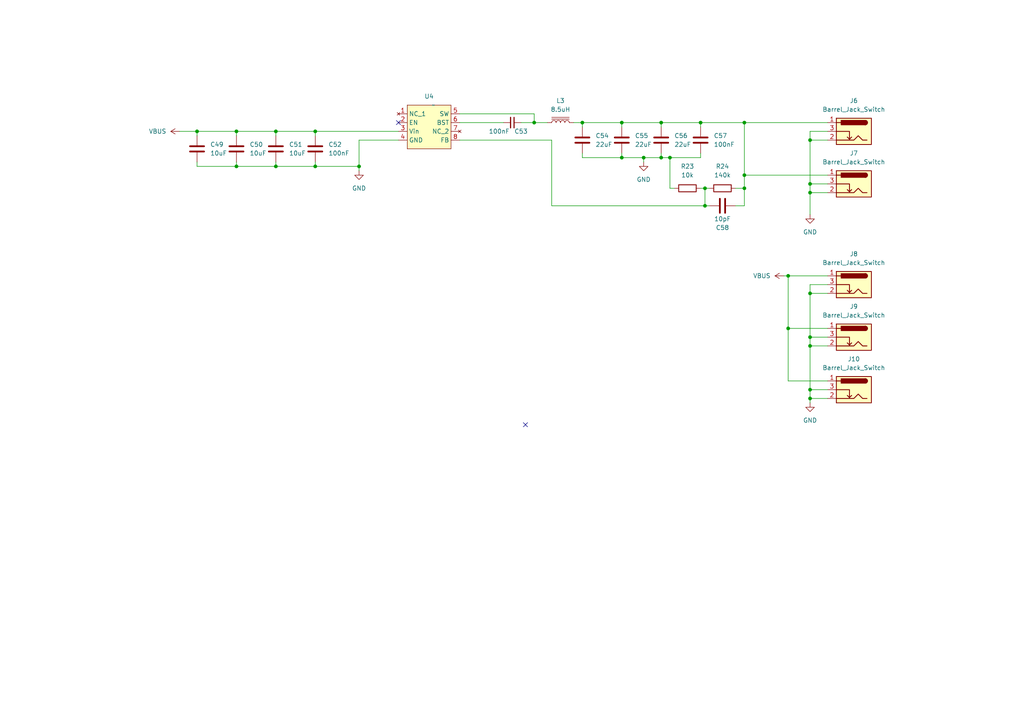
<source format=kicad_sch>
(kicad_sch (version 20230121) (generator eeschema)

  (uuid 312dce63-c6cd-4b1f-ae26-a21de8e773c1)

  (paper "A4")

  (lib_symbols
    (symbol "Connector:Barrel_Jack_Switch" (pin_names hide) (in_bom yes) (on_board yes)
      (property "Reference" "J" (at 0 5.334 0)
        (effects (font (size 1.27 1.27)))
      )
      (property "Value" "Barrel_Jack_Switch" (at 0 -5.08 0)
        (effects (font (size 1.27 1.27)))
      )
      (property "Footprint" "" (at 1.27 -1.016 0)
        (effects (font (size 1.27 1.27)) hide)
      )
      (property "Datasheet" "~" (at 1.27 -1.016 0)
        (effects (font (size 1.27 1.27)) hide)
      )
      (property "ki_keywords" "DC power barrel jack connector" (at 0 0 0)
        (effects (font (size 1.27 1.27)) hide)
      )
      (property "ki_description" "DC Barrel Jack with an internal switch" (at 0 0 0)
        (effects (font (size 1.27 1.27)) hide)
      )
      (property "ki_fp_filters" "BarrelJack*" (at 0 0 0)
        (effects (font (size 1.27 1.27)) hide)
      )
      (symbol "Barrel_Jack_Switch_0_1"
        (rectangle (start -5.08 3.81) (end 5.08 -3.81)
          (stroke (width 0.254) (type default))
          (fill (type background))
        )
        (arc (start -3.302 3.175) (mid -3.9343 2.54) (end -3.302 1.905)
          (stroke (width 0.254) (type default))
          (fill (type none))
        )
        (arc (start -3.302 3.175) (mid -3.9343 2.54) (end -3.302 1.905)
          (stroke (width 0.254) (type default))
          (fill (type outline))
        )
        (polyline
          (pts
            (xy 1.27 -2.286)
            (xy 1.905 -1.651)
          )
          (stroke (width 0.254) (type default))
          (fill (type none))
        )
        (polyline
          (pts
            (xy 5.08 2.54)
            (xy 3.81 2.54)
          )
          (stroke (width 0.254) (type default))
          (fill (type none))
        )
        (polyline
          (pts
            (xy 5.08 0)
            (xy 1.27 0)
            (xy 1.27 -2.286)
            (xy 0.635 -1.651)
          )
          (stroke (width 0.254) (type default))
          (fill (type none))
        )
        (polyline
          (pts
            (xy -3.81 -2.54)
            (xy -2.54 -2.54)
            (xy -1.27 -1.27)
            (xy 0 -2.54)
            (xy 2.54 -2.54)
            (xy 5.08 -2.54)
          )
          (stroke (width 0.254) (type default))
          (fill (type none))
        )
        (rectangle (start 3.683 3.175) (end -3.302 1.905)
          (stroke (width 0.254) (type default))
          (fill (type outline))
        )
      )
      (symbol "Barrel_Jack_Switch_1_1"
        (pin passive line (at 7.62 2.54 180) (length 2.54)
          (name "~" (effects (font (size 1.27 1.27))))
          (number "1" (effects (font (size 1.27 1.27))))
        )
        (pin passive line (at 7.62 -2.54 180) (length 2.54)
          (name "~" (effects (font (size 1.27 1.27))))
          (number "2" (effects (font (size 1.27 1.27))))
        )
        (pin passive line (at 7.62 0 180) (length 2.54)
          (name "~" (effects (font (size 1.27 1.27))))
          (number "3" (effects (font (size 1.27 1.27))))
        )
      )
    )
    (symbol "Device:C" (pin_numbers hide) (pin_names (offset 0.254)) (in_bom yes) (on_board yes)
      (property "Reference" "C" (at 0.635 2.54 0)
        (effects (font (size 1.27 1.27)) (justify left))
      )
      (property "Value" "C" (at 0.635 -2.54 0)
        (effects (font (size 1.27 1.27)) (justify left))
      )
      (property "Footprint" "" (at 0.9652 -3.81 0)
        (effects (font (size 1.27 1.27)) hide)
      )
      (property "Datasheet" "~" (at 0 0 0)
        (effects (font (size 1.27 1.27)) hide)
      )
      (property "ki_keywords" "cap capacitor" (at 0 0 0)
        (effects (font (size 1.27 1.27)) hide)
      )
      (property "ki_description" "Unpolarized capacitor" (at 0 0 0)
        (effects (font (size 1.27 1.27)) hide)
      )
      (property "ki_fp_filters" "C_*" (at 0 0 0)
        (effects (font (size 1.27 1.27)) hide)
      )
      (symbol "C_0_1"
        (polyline
          (pts
            (xy -2.032 -0.762)
            (xy 2.032 -0.762)
          )
          (stroke (width 0.508) (type default))
          (fill (type none))
        )
        (polyline
          (pts
            (xy -2.032 0.762)
            (xy 2.032 0.762)
          )
          (stroke (width 0.508) (type default))
          (fill (type none))
        )
      )
      (symbol "C_1_1"
        (pin passive line (at 0 3.81 270) (length 2.794)
          (name "~" (effects (font (size 1.27 1.27))))
          (number "1" (effects (font (size 1.27 1.27))))
        )
        (pin passive line (at 0 -3.81 90) (length 2.794)
          (name "~" (effects (font (size 1.27 1.27))))
          (number "2" (effects (font (size 1.27 1.27))))
        )
      )
    )
    (symbol "Device:C_Small" (pin_numbers hide) (pin_names (offset 0.254) hide) (in_bom yes) (on_board yes)
      (property "Reference" "C" (at 0.254 1.778 0)
        (effects (font (size 1.27 1.27)) (justify left))
      )
      (property "Value" "C_Small" (at 0.254 -2.032 0)
        (effects (font (size 1.27 1.27)) (justify left))
      )
      (property "Footprint" "" (at 0 0 0)
        (effects (font (size 1.27 1.27)) hide)
      )
      (property "Datasheet" "~" (at 0 0 0)
        (effects (font (size 1.27 1.27)) hide)
      )
      (property "ki_keywords" "capacitor cap" (at 0 0 0)
        (effects (font (size 1.27 1.27)) hide)
      )
      (property "ki_description" "Unpolarized capacitor, small symbol" (at 0 0 0)
        (effects (font (size 1.27 1.27)) hide)
      )
      (property "ki_fp_filters" "C_*" (at 0 0 0)
        (effects (font (size 1.27 1.27)) hide)
      )
      (symbol "C_Small_0_1"
        (polyline
          (pts
            (xy -1.524 -0.508)
            (xy 1.524 -0.508)
          )
          (stroke (width 0.3302) (type default))
          (fill (type none))
        )
        (polyline
          (pts
            (xy -1.524 0.508)
            (xy 1.524 0.508)
          )
          (stroke (width 0.3048) (type default))
          (fill (type none))
        )
      )
      (symbol "C_Small_1_1"
        (pin passive line (at 0 2.54 270) (length 2.032)
          (name "~" (effects (font (size 1.27 1.27))))
          (number "1" (effects (font (size 1.27 1.27))))
        )
        (pin passive line (at 0 -2.54 90) (length 2.032)
          (name "~" (effects (font (size 1.27 1.27))))
          (number "2" (effects (font (size 1.27 1.27))))
        )
      )
    )
    (symbol "Device:L_Iron" (pin_numbers hide) (pin_names (offset 1.016) hide) (in_bom yes) (on_board yes)
      (property "Reference" "L" (at -1.27 0 90)
        (effects (font (size 1.27 1.27)))
      )
      (property "Value" "L_Iron" (at 2.794 0 90)
        (effects (font (size 1.27 1.27)))
      )
      (property "Footprint" "" (at 0 0 0)
        (effects (font (size 1.27 1.27)) hide)
      )
      (property "Datasheet" "~" (at 0 0 0)
        (effects (font (size 1.27 1.27)) hide)
      )
      (property "ki_keywords" "inductor choke coil reactor magnetic" (at 0 0 0)
        (effects (font (size 1.27 1.27)) hide)
      )
      (property "ki_description" "Inductor with iron core" (at 0 0 0)
        (effects (font (size 1.27 1.27)) hide)
      )
      (property "ki_fp_filters" "Choke_* *Coil* Inductor_* L_*" (at 0 0 0)
        (effects (font (size 1.27 1.27)) hide)
      )
      (symbol "L_Iron_0_1"
        (arc (start 0 -2.54) (mid 0.6323 -1.905) (end 0 -1.27)
          (stroke (width 0) (type default))
          (fill (type none))
        )
        (arc (start 0 -1.27) (mid 0.6323 -0.635) (end 0 0)
          (stroke (width 0) (type default))
          (fill (type none))
        )
        (polyline
          (pts
            (xy 1.016 2.54)
            (xy 1.016 -2.54)
          )
          (stroke (width 0) (type default))
          (fill (type none))
        )
        (polyline
          (pts
            (xy 1.524 -2.54)
            (xy 1.524 2.54)
          )
          (stroke (width 0) (type default))
          (fill (type none))
        )
        (arc (start 0 0) (mid 0.6323 0.635) (end 0 1.27)
          (stroke (width 0) (type default))
          (fill (type none))
        )
        (arc (start 0 1.27) (mid 0.6323 1.905) (end 0 2.54)
          (stroke (width 0) (type default))
          (fill (type none))
        )
      )
      (symbol "L_Iron_1_1"
        (pin passive line (at 0 3.81 270) (length 1.27)
          (name "1" (effects (font (size 1.27 1.27))))
          (number "1" (effects (font (size 1.27 1.27))))
        )
        (pin passive line (at 0 -3.81 90) (length 1.27)
          (name "2" (effects (font (size 1.27 1.27))))
          (number "2" (effects (font (size 1.27 1.27))))
        )
      )
    )
    (symbol "Device:R" (pin_numbers hide) (pin_names (offset 0)) (in_bom yes) (on_board yes)
      (property "Reference" "R" (at 2.032 0 90)
        (effects (font (size 1.27 1.27)))
      )
      (property "Value" "R" (at 0 0 90)
        (effects (font (size 1.27 1.27)))
      )
      (property "Footprint" "" (at -1.778 0 90)
        (effects (font (size 1.27 1.27)) hide)
      )
      (property "Datasheet" "~" (at 0 0 0)
        (effects (font (size 1.27 1.27)) hide)
      )
      (property "ki_keywords" "R res resistor" (at 0 0 0)
        (effects (font (size 1.27 1.27)) hide)
      )
      (property "ki_description" "Resistor" (at 0 0 0)
        (effects (font (size 1.27 1.27)) hide)
      )
      (property "ki_fp_filters" "R_*" (at 0 0 0)
        (effects (font (size 1.27 1.27)) hide)
      )
      (symbol "R_0_1"
        (rectangle (start -1.016 -2.54) (end 1.016 2.54)
          (stroke (width 0.254) (type default))
          (fill (type none))
        )
      )
      (symbol "R_1_1"
        (pin passive line (at 0 3.81 270) (length 1.27)
          (name "~" (effects (font (size 1.27 1.27))))
          (number "1" (effects (font (size 1.27 1.27))))
        )
        (pin passive line (at 0 -3.81 90) (length 1.27)
          (name "~" (effects (font (size 1.27 1.27))))
          (number "2" (effects (font (size 1.27 1.27))))
        )
      )
    )
    (symbol "Voltage_regulators:TPS563300DRLR" (in_bom yes) (on_board yes)
      (property "Reference" "U" (at 0 2.54 0)
        (effects (font (size 1.27 1.27)))
      )
      (property "Value" "" (at 0 0 0)
        (effects (font (size 1.27 1.27)))
      )
      (property "Footprint" "Package_TO_SOT_SMD:SOT-583-8" (at 0 -15.24 0)
        (effects (font (size 1.27 1.27)) hide)
      )
      (property "Datasheet" "" (at 0 0 0)
        (effects (font (size 1.27 1.27)) hide)
      )
      (symbol "TPS563300DRLR_1_1"
        (rectangle (start -7.62 0) (end 5.08 -12.7)
          (stroke (width 0) (type default))
          (fill (type background))
        )
        (pin no_connect line (at -10.16 -2.54 0) (length 2.54)
          (name "NC_1" (effects (font (size 1.27 1.27))))
          (number "1" (effects (font (size 1.27 1.27))))
        )
        (pin input line (at -10.16 -5.08 0) (length 2.54)
          (name "EN" (effects (font (size 1.27 1.27))))
          (number "2" (effects (font (size 1.27 1.27))))
        )
        (pin power_in line (at -10.16 -7.62 0) (length 2.54)
          (name "Vin" (effects (font (size 1.27 1.27))))
          (number "3" (effects (font (size 1.27 1.27))))
        )
        (pin power_in line (at -10.16 -10.16 0) (length 2.54)
          (name "GND" (effects (font (size 1.27 1.27))))
          (number "4" (effects (font (size 1.27 1.27))))
        )
        (pin output line (at 7.62 -2.54 180) (length 2.54)
          (name "SW" (effects (font (size 1.27 1.27))))
          (number "5" (effects (font (size 1.27 1.27))))
        )
        (pin output line (at 7.62 -5.08 180) (length 2.54)
          (name "BST" (effects (font (size 1.27 1.27))))
          (number "6" (effects (font (size 1.27 1.27))))
        )
        (pin no_connect line (at 7.62 -7.62 180) (length 2.54)
          (name "NC_2" (effects (font (size 1.27 1.27))))
          (number "7" (effects (font (size 1.27 1.27))))
        )
        (pin output line (at 7.62 -10.16 180) (length 2.54)
          (name "FB" (effects (font (size 1.27 1.27))))
          (number "8" (effects (font (size 1.27 1.27))))
        )
      )
    )
    (symbol "power:GND" (power) (pin_names (offset 0)) (in_bom yes) (on_board yes)
      (property "Reference" "#PWR" (at 0 -6.35 0)
        (effects (font (size 1.27 1.27)) hide)
      )
      (property "Value" "GND" (at 0 -3.81 0)
        (effects (font (size 1.27 1.27)))
      )
      (property "Footprint" "" (at 0 0 0)
        (effects (font (size 1.27 1.27)) hide)
      )
      (property "Datasheet" "" (at 0 0 0)
        (effects (font (size 1.27 1.27)) hide)
      )
      (property "ki_keywords" "global power" (at 0 0 0)
        (effects (font (size 1.27 1.27)) hide)
      )
      (property "ki_description" "Power symbol creates a global label with name \"GND\" , ground" (at 0 0 0)
        (effects (font (size 1.27 1.27)) hide)
      )
      (symbol "GND_0_1"
        (polyline
          (pts
            (xy 0 0)
            (xy 0 -1.27)
            (xy 1.27 -1.27)
            (xy 0 -2.54)
            (xy -1.27 -1.27)
            (xy 0 -1.27)
          )
          (stroke (width 0) (type default))
          (fill (type none))
        )
      )
      (symbol "GND_1_1"
        (pin power_in line (at 0 0 270) (length 0) hide
          (name "GND" (effects (font (size 1.27 1.27))))
          (number "1" (effects (font (size 1.27 1.27))))
        )
      )
    )
    (symbol "power:VBUS" (power) (pin_names (offset 0)) (in_bom yes) (on_board yes)
      (property "Reference" "#PWR" (at 0 -3.81 0)
        (effects (font (size 1.27 1.27)) hide)
      )
      (property "Value" "VBUS" (at 0 3.81 0)
        (effects (font (size 1.27 1.27)))
      )
      (property "Footprint" "" (at 0 0 0)
        (effects (font (size 1.27 1.27)) hide)
      )
      (property "Datasheet" "" (at 0 0 0)
        (effects (font (size 1.27 1.27)) hide)
      )
      (property "ki_keywords" "global power" (at 0 0 0)
        (effects (font (size 1.27 1.27)) hide)
      )
      (property "ki_description" "Power symbol creates a global label with name \"VBUS\"" (at 0 0 0)
        (effects (font (size 1.27 1.27)) hide)
      )
      (symbol "VBUS_0_1"
        (polyline
          (pts
            (xy -0.762 1.27)
            (xy 0 2.54)
          )
          (stroke (width 0) (type default))
          (fill (type none))
        )
        (polyline
          (pts
            (xy 0 0)
            (xy 0 2.54)
          )
          (stroke (width 0) (type default))
          (fill (type none))
        )
        (polyline
          (pts
            (xy 0 2.54)
            (xy 0.762 1.27)
          )
          (stroke (width 0) (type default))
          (fill (type none))
        )
      )
      (symbol "VBUS_1_1"
        (pin power_in line (at 0 0 90) (length 0) hide
          (name "VBUS" (effects (font (size 1.27 1.27))))
          (number "1" (effects (font (size 1.27 1.27))))
        )
      )
    )
  )

  (junction (at 204.47 59.69) (diameter 0) (color 0 0 0 0)
    (uuid 07745f42-d61b-4bd4-a2bc-2525e70fc143)
  )
  (junction (at 215.9 50.8) (diameter 0) (color 0 0 0 0)
    (uuid 12f303c4-abc0-4a54-920b-9d5d9cb1bff2)
  )
  (junction (at 215.9 35.56) (diameter 0) (color 0 0 0 0)
    (uuid 1580490f-be70-4637-bfc0-c50cf79d0e7f)
  )
  (junction (at 180.34 35.56) (diameter 0) (color 0 0 0 0)
    (uuid 17546d5f-4182-47b9-9775-d06cb0726e26)
  )
  (junction (at 80.01 48.26) (diameter 0) (color 0 0 0 0)
    (uuid 19ec172d-226e-4268-a0d8-69c109a68b3f)
  )
  (junction (at 234.95 55.88) (diameter 0) (color 0 0 0 0)
    (uuid 247eabc5-8d8c-40b1-bb9d-b2efb248666e)
  )
  (junction (at 228.6 80.01) (diameter 0) (color 0 0 0 0)
    (uuid 26904263-4df1-4204-89a0-d465e019e797)
  )
  (junction (at 104.14 48.26) (diameter 0) (color 0 0 0 0)
    (uuid 2d075c67-d2e3-4f5f-b861-52289bbb5fa1)
  )
  (junction (at 228.6 95.25) (diameter 0) (color 0 0 0 0)
    (uuid 3e1016f9-efcf-4d98-804f-3486b44ffdb5)
  )
  (junction (at 215.9 54.61) (diameter 0) (color 0 0 0 0)
    (uuid 3fb34af4-c61d-4046-aadd-13d0b3b05ef3)
  )
  (junction (at 191.77 35.56) (diameter 0) (color 0 0 0 0)
    (uuid 455a3e66-995f-471d-a1d3-b80dcd34a498)
  )
  (junction (at 80.01 38.1) (diameter 0) (color 0 0 0 0)
    (uuid 48edf08b-3710-4531-8e09-d85801b08f11)
  )
  (junction (at 91.44 48.26) (diameter 0) (color 0 0 0 0)
    (uuid 4dbb0825-f80c-4696-8a53-a9f2ccb947a2)
  )
  (junction (at 234.95 100.33) (diameter 0) (color 0 0 0 0)
    (uuid 515d41eb-d3d1-41ab-be0d-f92617d4b0de)
  )
  (junction (at 186.69 45.72) (diameter 0) (color 0 0 0 0)
    (uuid 526917a1-8051-4e57-bec4-396fb82c92aa)
  )
  (junction (at 234.95 113.03) (diameter 0) (color 0 0 0 0)
    (uuid 53787f5f-a8a9-416f-a9af-0d047cec8d70)
  )
  (junction (at 91.44 38.1) (diameter 0) (color 0 0 0 0)
    (uuid 6058cdf4-54de-460a-8169-05cb04466cf4)
  )
  (junction (at 204.47 54.61) (diameter 0) (color 0 0 0 0)
    (uuid 79e8dd17-69f4-487a-9ef8-0d9a536c84fb)
  )
  (junction (at 154.94 35.56) (diameter 0) (color 0 0 0 0)
    (uuid 80c4e2d4-29ef-4f4e-ad61-d9c0ff95e629)
  )
  (junction (at 168.91 35.56) (diameter 0) (color 0 0 0 0)
    (uuid 8283aae7-9169-4a35-9ed7-9fb6f82a1daa)
  )
  (junction (at 203.2 35.56) (diameter 0) (color 0 0 0 0)
    (uuid 86006c68-3254-4bfb-88fc-83466448e074)
  )
  (junction (at 234.95 85.09) (diameter 0) (color 0 0 0 0)
    (uuid 90352656-9be3-47fc-ba19-4a6276d0b1fb)
  )
  (junction (at 68.58 38.1) (diameter 0) (color 0 0 0 0)
    (uuid 9def4f5c-1029-4c93-b724-b1a5fabebcda)
  )
  (junction (at 234.95 53.34) (diameter 0) (color 0 0 0 0)
    (uuid a3258676-94ce-44e5-9cf3-91603a15331a)
  )
  (junction (at 180.34 45.72) (diameter 0) (color 0 0 0 0)
    (uuid b02cac7b-27fb-433e-a24f-9d0767c54c9d)
  )
  (junction (at 68.58 48.26) (diameter 0) (color 0 0 0 0)
    (uuid b3ef3f21-51a4-4db8-b8c6-10e2188955a8)
  )
  (junction (at 191.77 45.72) (diameter 0) (color 0 0 0 0)
    (uuid d3d9ba79-93b4-4b4c-8c0f-4601b1abf2fa)
  )
  (junction (at 234.95 40.64) (diameter 0) (color 0 0 0 0)
    (uuid d938fff5-3446-4086-a326-b6328134de4f)
  )
  (junction (at 234.95 115.57) (diameter 0) (color 0 0 0 0)
    (uuid e2ab718e-b334-433f-bad7-95dda276a3c9)
  )
  (junction (at 194.31 45.72) (diameter 0) (color 0 0 0 0)
    (uuid e9c3061c-8464-4360-b322-193fa467ee30)
  )
  (junction (at 234.95 97.79) (diameter 0) (color 0 0 0 0)
    (uuid f29a6b32-4f09-42f7-8623-301da7f426e6)
  )
  (junction (at 57.15 38.1) (diameter 0) (color 0 0 0 0)
    (uuid f89f291d-4a66-4097-88a4-32e8d0d6e19e)
  )

  (no_connect (at 152.4 123.19) (uuid 245c5eba-a0f9-4952-9ee5-bb903111752c))
  (no_connect (at 115.57 35.56) (uuid 8f6933cd-c311-41a6-8aab-7bb94ce3896c))

  (wire (pts (xy 80.01 48.26) (xy 91.44 48.26))
    (stroke (width 0) (type default))
    (uuid 01085ebb-5a4e-43c9-b5f6-56ba6a7577ad)
  )
  (wire (pts (xy 68.58 48.26) (xy 80.01 48.26))
    (stroke (width 0) (type default))
    (uuid 02be56e4-3a1f-462a-8426-da6e2f6dced2)
  )
  (wire (pts (xy 228.6 110.49) (xy 240.03 110.49))
    (stroke (width 0) (type default))
    (uuid 05144147-3b32-4ca6-bf12-3270d39f74ee)
  )
  (wire (pts (xy 80.01 48.26) (xy 80.01 46.99))
    (stroke (width 0) (type default))
    (uuid 0ca0bd82-70f7-4ad4-aaca-eec7cb3b6b4b)
  )
  (wire (pts (xy 91.44 38.1) (xy 80.01 38.1))
    (stroke (width 0) (type default))
    (uuid 1102b2d6-9c77-4768-8b62-942a3fca11a1)
  )
  (wire (pts (xy 203.2 54.61) (xy 204.47 54.61))
    (stroke (width 0) (type default))
    (uuid 18ea81f9-aee9-4e43-b377-7db79e2edc28)
  )
  (wire (pts (xy 195.58 54.61) (xy 194.31 54.61))
    (stroke (width 0) (type default))
    (uuid 23418e90-7179-4106-adbf-d0286322b4b7)
  )
  (wire (pts (xy 215.9 59.69) (xy 213.36 59.69))
    (stroke (width 0) (type default))
    (uuid 24408c73-3103-4c75-9fb0-714b51f72744)
  )
  (wire (pts (xy 191.77 45.72) (xy 194.31 45.72))
    (stroke (width 0) (type default))
    (uuid 250e1c56-bda0-4ad5-b7cf-a440f8971d80)
  )
  (wire (pts (xy 68.58 48.26) (xy 68.58 46.99))
    (stroke (width 0) (type default))
    (uuid 2a13da8d-96a3-429c-ba6d-ed5bfe5b3ec2)
  )
  (wire (pts (xy 215.9 54.61) (xy 215.9 59.69))
    (stroke (width 0) (type default))
    (uuid 2d7027d6-7c33-4d40-bfcb-680dafec1668)
  )
  (wire (pts (xy 180.34 35.56) (xy 180.34 36.83))
    (stroke (width 0) (type default))
    (uuid 2e883620-c492-45d0-bdc2-28c52fe4903a)
  )
  (wire (pts (xy 228.6 95.25) (xy 240.03 95.25))
    (stroke (width 0) (type default))
    (uuid 2ea107c1-7a81-4c18-b929-46c921e755ed)
  )
  (wire (pts (xy 80.01 38.1) (xy 80.01 39.37))
    (stroke (width 0) (type default))
    (uuid 35b4e111-304d-49c3-879b-39e2be0e800b)
  )
  (wire (pts (xy 228.6 80.01) (xy 228.6 95.25))
    (stroke (width 0) (type default))
    (uuid 364a36c4-8485-4e34-94fb-e033169461fb)
  )
  (wire (pts (xy 57.15 48.26) (xy 68.58 48.26))
    (stroke (width 0) (type default))
    (uuid 3bba22e7-df8c-4bbc-81b5-608ac3e04214)
  )
  (wire (pts (xy 186.69 45.72) (xy 180.34 45.72))
    (stroke (width 0) (type default))
    (uuid 3fac35d3-6b82-48a9-8b28-b5f55d195c35)
  )
  (wire (pts (xy 228.6 95.25) (xy 228.6 110.49))
    (stroke (width 0) (type default))
    (uuid 4284e77b-ece9-40fb-8894-b70ebd216ed8)
  )
  (wire (pts (xy 160.02 40.64) (xy 133.35 40.64))
    (stroke (width 0) (type default))
    (uuid 47f6a3c3-338a-4cab-9d74-73e58ab19f25)
  )
  (wire (pts (xy 186.69 45.72) (xy 191.77 45.72))
    (stroke (width 0) (type default))
    (uuid 49e86cfa-ec38-470e-b364-5339fe78eedf)
  )
  (wire (pts (xy 213.36 54.61) (xy 215.9 54.61))
    (stroke (width 0) (type default))
    (uuid 4af5e884-cb50-419e-9501-0498ed35ee33)
  )
  (wire (pts (xy 57.15 48.26) (xy 57.15 46.99))
    (stroke (width 0) (type default))
    (uuid 4bccc3b7-1b24-4c7a-ba56-e8f856328f92)
  )
  (wire (pts (xy 234.95 55.88) (xy 234.95 53.34))
    (stroke (width 0) (type default))
    (uuid 51342372-ec70-49a9-8070-e1fb293abfae)
  )
  (wire (pts (xy 133.35 35.56) (xy 146.05 35.56))
    (stroke (width 0) (type default))
    (uuid 514c05da-b0d0-4a98-ae51-688c131f297b)
  )
  (wire (pts (xy 104.14 49.53) (xy 104.14 48.26))
    (stroke (width 0) (type default))
    (uuid 54616f8c-12b9-4357-8332-37151fa1cc72)
  )
  (wire (pts (xy 104.14 40.64) (xy 115.57 40.64))
    (stroke (width 0) (type default))
    (uuid 58e2a32d-362a-435a-970d-c60a4527d246)
  )
  (wire (pts (xy 234.95 100.33) (xy 240.03 100.33))
    (stroke (width 0) (type default))
    (uuid 5998a629-94a0-46ea-88a6-e7d45b4f3a43)
  )
  (wire (pts (xy 234.95 100.33) (xy 234.95 97.79))
    (stroke (width 0) (type default))
    (uuid 5c5519eb-6e60-461d-9fde-13f8e7edd5a4)
  )
  (wire (pts (xy 186.69 46.99) (xy 186.69 45.72))
    (stroke (width 0) (type default))
    (uuid 64851013-e69d-42b3-bc5a-bd9b550a59f5)
  )
  (wire (pts (xy 191.77 44.45) (xy 191.77 45.72))
    (stroke (width 0) (type default))
    (uuid 6576431b-5f6a-4f5d-8093-caa680605d65)
  )
  (wire (pts (xy 68.58 39.37) (xy 68.58 38.1))
    (stroke (width 0) (type default))
    (uuid 6b2a4189-643a-41e9-ac21-059e8413bd13)
  )
  (wire (pts (xy 234.95 40.64) (xy 240.03 40.64))
    (stroke (width 0) (type default))
    (uuid 70671a3a-92e2-428c-8fbe-0721da57d721)
  )
  (wire (pts (xy 168.91 45.72) (xy 168.91 44.45))
    (stroke (width 0) (type default))
    (uuid 70b2f4a9-3dc7-4a5e-812c-a5f796bdff49)
  )
  (wire (pts (xy 151.13 35.56) (xy 154.94 35.56))
    (stroke (width 0) (type default))
    (uuid 7314dfd6-02d1-4e6a-a336-3f6f61b4cf8b)
  )
  (wire (pts (xy 204.47 54.61) (xy 204.47 59.69))
    (stroke (width 0) (type default))
    (uuid 776f9de3-cd99-48e2-ab1d-c83932a54a9d)
  )
  (wire (pts (xy 115.57 38.1) (xy 91.44 38.1))
    (stroke (width 0) (type default))
    (uuid 7c285f55-1bfd-4989-baf5-2295e41dd0ee)
  )
  (wire (pts (xy 234.95 116.84) (xy 234.95 115.57))
    (stroke (width 0) (type default))
    (uuid 7ecae4c9-8808-470a-b26b-d47fcb04fba0)
  )
  (wire (pts (xy 133.35 33.02) (xy 154.94 33.02))
    (stroke (width 0) (type default))
    (uuid 7f040d12-2b9d-485b-944b-6687feac9734)
  )
  (wire (pts (xy 91.44 38.1) (xy 91.44 39.37))
    (stroke (width 0) (type default))
    (uuid 81e79a71-8535-4884-88ab-fea122fe18af)
  )
  (wire (pts (xy 234.95 113.03) (xy 240.03 113.03))
    (stroke (width 0) (type default))
    (uuid 8bbc3644-a515-4547-85da-9eccf4c0c9fc)
  )
  (wire (pts (xy 180.34 45.72) (xy 168.91 45.72))
    (stroke (width 0) (type default))
    (uuid 8c4b2501-4f70-4544-8a43-9c225d6bf2fc)
  )
  (wire (pts (xy 234.95 62.23) (xy 234.95 55.88))
    (stroke (width 0) (type default))
    (uuid 8fabc492-b046-4e31-9a51-5560310c3cc9)
  )
  (wire (pts (xy 154.94 33.02) (xy 154.94 35.56))
    (stroke (width 0) (type default))
    (uuid 90ee410e-0e05-4e76-9222-b3cd009ed826)
  )
  (wire (pts (xy 234.95 113.03) (xy 234.95 100.33))
    (stroke (width 0) (type default))
    (uuid 94f284aa-32f3-455a-8810-7065480d4547)
  )
  (wire (pts (xy 194.31 45.72) (xy 203.2 45.72))
    (stroke (width 0) (type default))
    (uuid 9653b98b-0b81-4d74-a65c-023d2d24b8e2)
  )
  (wire (pts (xy 57.15 38.1) (xy 57.15 39.37))
    (stroke (width 0) (type default))
    (uuid 96b8eae3-a059-4510-9d56-1812122dc0cd)
  )
  (wire (pts (xy 234.95 97.79) (xy 234.95 85.09))
    (stroke (width 0) (type default))
    (uuid 96d87091-583c-4405-99ce-bf02e608c59e)
  )
  (wire (pts (xy 234.95 115.57) (xy 234.95 113.03))
    (stroke (width 0) (type default))
    (uuid 9944473f-d6b3-4d8f-933e-ccb5e66c5775)
  )
  (wire (pts (xy 203.2 45.72) (xy 203.2 44.45))
    (stroke (width 0) (type default))
    (uuid a27fbf9a-de2e-440d-b63a-c502b2ff0a53)
  )
  (wire (pts (xy 234.95 38.1) (xy 240.03 38.1))
    (stroke (width 0) (type default))
    (uuid a38c951a-63cd-442d-823c-4bf3ff14feec)
  )
  (wire (pts (xy 191.77 35.56) (xy 203.2 35.56))
    (stroke (width 0) (type default))
    (uuid a4435e95-3e5b-4830-bb2e-275b075199de)
  )
  (wire (pts (xy 203.2 35.56) (xy 215.9 35.56))
    (stroke (width 0) (type default))
    (uuid a5ee66f8-44d9-4081-9a9a-21802e27e8da)
  )
  (wire (pts (xy 68.58 38.1) (xy 57.15 38.1))
    (stroke (width 0) (type default))
    (uuid a6c4141b-5c07-4f9f-be33-71cb1b9506fc)
  )
  (wire (pts (xy 215.9 50.8) (xy 215.9 54.61))
    (stroke (width 0) (type default))
    (uuid a8047c2c-c082-4f9c-94d1-799bd568a79e)
  )
  (wire (pts (xy 234.95 115.57) (xy 240.03 115.57))
    (stroke (width 0) (type default))
    (uuid ac43beb0-8067-4ece-bdcb-dac2b2975642)
  )
  (wire (pts (xy 234.95 85.09) (xy 234.95 82.55))
    (stroke (width 0) (type default))
    (uuid add9fcf7-c547-4bf1-91fa-b3e84a5bb31c)
  )
  (wire (pts (xy 215.9 50.8) (xy 240.03 50.8))
    (stroke (width 0) (type default))
    (uuid ae757694-9f45-4a09-94c6-504681dcb16c)
  )
  (wire (pts (xy 204.47 54.61) (xy 205.74 54.61))
    (stroke (width 0) (type default))
    (uuid b564d671-a5c9-44c8-a970-4f34800258b9)
  )
  (wire (pts (xy 168.91 35.56) (xy 168.91 36.83))
    (stroke (width 0) (type default))
    (uuid b81ac909-cd7e-42e0-8bc4-f5675bef56ea)
  )
  (wire (pts (xy 180.34 44.45) (xy 180.34 45.72))
    (stroke (width 0) (type default))
    (uuid b874e58d-ed28-4ea7-a909-8feb5e6bf86f)
  )
  (wire (pts (xy 168.91 35.56) (xy 180.34 35.56))
    (stroke (width 0) (type default))
    (uuid be8c9e75-f79f-4b18-9369-4acd16b0c76a)
  )
  (wire (pts (xy 234.95 40.64) (xy 234.95 38.1))
    (stroke (width 0) (type default))
    (uuid bf55da73-6473-42da-adc1-8876d77ce491)
  )
  (wire (pts (xy 228.6 80.01) (xy 240.03 80.01))
    (stroke (width 0) (type default))
    (uuid bfc8cbcb-7b07-42d5-9b8d-871ef9490570)
  )
  (wire (pts (xy 180.34 35.56) (xy 191.77 35.56))
    (stroke (width 0) (type default))
    (uuid bfcd4e53-e43d-4983-8837-984a78f4988b)
  )
  (wire (pts (xy 52.07 38.1) (xy 57.15 38.1))
    (stroke (width 0) (type default))
    (uuid c272da3f-984d-4566-b93b-24a8c3e59a7e)
  )
  (wire (pts (xy 234.95 53.34) (xy 240.03 53.34))
    (stroke (width 0) (type default))
    (uuid c522931b-ec2a-426e-9987-e77f26255c1d)
  )
  (wire (pts (xy 234.95 55.88) (xy 240.03 55.88))
    (stroke (width 0) (type default))
    (uuid c708ae24-bf32-4724-8bd0-ab9336cbb5c4)
  )
  (wire (pts (xy 234.95 97.79) (xy 240.03 97.79))
    (stroke (width 0) (type default))
    (uuid c7b13cd5-670f-40a1-81fb-03810833603f)
  )
  (wire (pts (xy 215.9 35.56) (xy 215.9 50.8))
    (stroke (width 0) (type default))
    (uuid cc832873-1eee-49f8-93ff-02db575ca713)
  )
  (wire (pts (xy 91.44 48.26) (xy 91.44 46.99))
    (stroke (width 0) (type default))
    (uuid d1919023-0522-4c53-9ec1-85dae1a3bc3f)
  )
  (wire (pts (xy 203.2 35.56) (xy 203.2 36.83))
    (stroke (width 0) (type default))
    (uuid d807e0da-ffc3-436d-9903-9f490490388f)
  )
  (wire (pts (xy 166.37 35.56) (xy 168.91 35.56))
    (stroke (width 0) (type default))
    (uuid d9713b20-e52f-4856-b707-f4fed2577916)
  )
  (wire (pts (xy 234.95 82.55) (xy 240.03 82.55))
    (stroke (width 0) (type default))
    (uuid d9739794-0487-4327-a974-9a40904a0bf3)
  )
  (wire (pts (xy 234.95 53.34) (xy 234.95 40.64))
    (stroke (width 0) (type default))
    (uuid d9d5c541-659c-4ecc-be5b-451d169be63b)
  )
  (wire (pts (xy 68.58 38.1) (xy 80.01 38.1))
    (stroke (width 0) (type default))
    (uuid d9f805bd-a527-4233-9829-30e2576cce95)
  )
  (wire (pts (xy 227.33 80.01) (xy 228.6 80.01))
    (stroke (width 0) (type default))
    (uuid dc888563-67f0-426f-afcc-870b279c7b00)
  )
  (wire (pts (xy 215.9 35.56) (xy 240.03 35.56))
    (stroke (width 0) (type default))
    (uuid e2427666-1790-474a-83ac-8eaafc135a4e)
  )
  (wire (pts (xy 194.31 54.61) (xy 194.31 45.72))
    (stroke (width 0) (type default))
    (uuid e38d5ae8-63c6-4588-bcba-48c247d0eb41)
  )
  (wire (pts (xy 91.44 48.26) (xy 104.14 48.26))
    (stroke (width 0) (type default))
    (uuid eb8cbf71-4721-4ce0-9360-af10f4c04032)
  )
  (wire (pts (xy 204.47 59.69) (xy 205.74 59.69))
    (stroke (width 0) (type default))
    (uuid ec216442-0e68-4d12-b11b-ff945dcae796)
  )
  (wire (pts (xy 154.94 35.56) (xy 158.75 35.56))
    (stroke (width 0) (type default))
    (uuid ee934095-15bb-46dd-ad5f-b45b7dfa1314)
  )
  (wire (pts (xy 191.77 35.56) (xy 191.77 36.83))
    (stroke (width 0) (type default))
    (uuid ef6db269-39b7-40d5-a1c7-c6e0e14ccd04)
  )
  (wire (pts (xy 160.02 59.69) (xy 160.02 40.64))
    (stroke (width 0) (type default))
    (uuid f5a41247-d8f4-488f-85dd-4cec649456bc)
  )
  (wire (pts (xy 234.95 85.09) (xy 240.03 85.09))
    (stroke (width 0) (type default))
    (uuid f897b9f1-4b57-4455-9008-ceca7c7fb8d8)
  )
  (wire (pts (xy 104.14 40.64) (xy 104.14 48.26))
    (stroke (width 0) (type default))
    (uuid fc3ba0cd-1c19-49cf-be3e-17a2e4e6992d)
  )
  (wire (pts (xy 204.47 59.69) (xy 160.02 59.69))
    (stroke (width 0) (type default))
    (uuid feb4b7f9-8b8d-4fb4-b98f-7e43e22474cb)
  )

  (symbol (lib_id "Device:C") (at 80.01 43.18 0) (unit 1)
    (in_bom yes) (on_board yes) (dnp no) (fields_autoplaced)
    (uuid 00f45d4f-ced9-4459-945d-00b328a1e66a)
    (property "Reference" "C51" (at 83.82 41.91 0)
      (effects (font (size 1.27 1.27)) (justify left))
    )
    (property "Value" "10uF" (at 83.82 44.45 0)
      (effects (font (size 1.27 1.27)) (justify left))
    )
    (property "Footprint" "Capacitor_SMD:C_0805_2012Metric" (at 80.9752 46.99 0)
      (effects (font (size 1.27 1.27)) hide)
    )
    (property "Datasheet" "~" (at 80.01 43.18 0)
      (effects (font (size 1.27 1.27)) hide)
    )
    (pin "1" (uuid c8b73cc2-9365-4db9-8818-92e2f25eb55f))
    (pin "2" (uuid ef8f3bd7-cbe7-4b47-b5cf-07f3a14fdf35))
    (instances
      (project "LunaHub"
        (path "/175961d3-9707-4890-9f07-248fd19b87ae/d182ae6c-66e9-4364-a04d-ffb312bae8ff"
          (reference "C51") (unit 1)
        )
      )
    )
  )

  (symbol (lib_id "Device:C") (at 191.77 40.64 0) (unit 1)
    (in_bom yes) (on_board yes) (dnp no) (fields_autoplaced)
    (uuid 17711934-543f-4750-b1b7-76b2ca398634)
    (property "Reference" "C56" (at 195.58 39.37 0)
      (effects (font (size 1.27 1.27)) (justify left))
    )
    (property "Value" "22uF" (at 195.58 41.91 0)
      (effects (font (size 1.27 1.27)) (justify left))
    )
    (property "Footprint" "Capacitor_SMD:C_1210_3225Metric" (at 192.7352 44.45 0)
      (effects (font (size 1.27 1.27)) hide)
    )
    (property "Datasheet" "~" (at 191.77 40.64 0)
      (effects (font (size 1.27 1.27)) hide)
    )
    (pin "2" (uuid 09e3f671-255d-4d20-9ac0-cbd871898f0e))
    (pin "1" (uuid c22c5186-a6e8-45a3-842e-b69b94e780e7))
    (instances
      (project "LunaHub"
        (path "/175961d3-9707-4890-9f07-248fd19b87ae/d182ae6c-66e9-4364-a04d-ffb312bae8ff"
          (reference "C56") (unit 1)
        )
      )
    )
  )

  (symbol (lib_id "Connector:Barrel_Jack_Switch") (at 247.65 38.1 0) (mirror y) (unit 1)
    (in_bom yes) (on_board yes) (dnp no)
    (uuid 25d2ea23-ff0a-4d77-a7bd-294505edaa3e)
    (property "Reference" "J6" (at 247.65 29.21 0)
      (effects (font (size 1.27 1.27)))
    )
    (property "Value" "Barrel_Jack_Switch" (at 247.65 31.75 0)
      (effects (font (size 1.27 1.27)))
    )
    (property "Footprint" "Wurth:BarrelJack_Wuerth_6941xx301002" (at 246.38 39.116 0)
      (effects (font (size 1.27 1.27)) hide)
    )
    (property "Datasheet" "~" (at 246.38 39.116 0)
      (effects (font (size 1.27 1.27)) hide)
    )
    (pin "1" (uuid 7282f11d-6954-47d6-99d7-f54b51ec2fce))
    (pin "2" (uuid d8489d87-c5b1-487e-b4f1-42e0db39653d))
    (pin "3" (uuid 2787c71c-a1df-4d5c-8c6f-993290a712bc))
    (instances
      (project "LunaHub"
        (path "/175961d3-9707-4890-9f07-248fd19b87ae/d182ae6c-66e9-4364-a04d-ffb312bae8ff"
          (reference "J6") (unit 1)
        )
      )
    )
  )

  (symbol (lib_id "Device:R") (at 209.55 54.61 90) (unit 1)
    (in_bom yes) (on_board yes) (dnp no) (fields_autoplaced)
    (uuid 2a76c0cd-fe6d-4504-82cb-d89b459910a9)
    (property "Reference" "R24" (at 209.55 48.26 90)
      (effects (font (size 1.27 1.27)))
    )
    (property "Value" "140k" (at 209.55 50.8 90)
      (effects (font (size 1.27 1.27)))
    )
    (property "Footprint" "Resistor_SMD:R_0603_1608Metric" (at 209.55 56.388 90)
      (effects (font (size 1.27 1.27)) hide)
    )
    (property "Datasheet" "~" (at 209.55 54.61 0)
      (effects (font (size 1.27 1.27)) hide)
    )
    (pin "1" (uuid fe5a6252-431d-45c5-a08f-be1526a4d178))
    (pin "2" (uuid b845a516-5954-4da9-adfa-fda7f12c7c81))
    (instances
      (project "LunaHub"
        (path "/175961d3-9707-4890-9f07-248fd19b87ae/d182ae6c-66e9-4364-a04d-ffb312bae8ff"
          (reference "R24") (unit 1)
        )
      )
    )
  )

  (symbol (lib_id "Voltage_regulators:TPS563300DRLR") (at 125.73 30.48 0) (unit 1)
    (in_bom yes) (on_board yes) (dnp no) (fields_autoplaced)
    (uuid 2f3658a5-27bb-4f44-b52f-4ff597bc2399)
    (property "Reference" "U4" (at 124.46 27.94 0)
      (effects (font (size 1.27 1.27)))
    )
    (property "Value" "~" (at 125.73 30.48 0)
      (effects (font (size 1.27 1.27)))
    )
    (property "Footprint" "Package_TO_SOT_SMD:SOT-583-8" (at 125.73 45.72 0)
      (effects (font (size 1.27 1.27)) hide)
    )
    (property "Datasheet" "" (at 125.73 30.48 0)
      (effects (font (size 1.27 1.27)) hide)
    )
    (pin "2" (uuid dfd90bd4-1690-4139-b50e-a9d3b35bcc06))
    (pin "5" (uuid 88c80dc8-8a6b-44e8-91bb-36badfeab012))
    (pin "4" (uuid 10b5a494-73ed-404e-a3e0-7e7b022c2a5a))
    (pin "3" (uuid 842c6f9d-9156-419d-9efc-1a77bb08e634))
    (pin "1" (uuid 136c5941-cf59-4657-b6fd-c504833d64c1))
    (pin "8" (uuid 0d1d265d-57a9-4c6d-9c20-c42d9a035e47))
    (pin "6" (uuid c4766abb-7684-4731-b0e5-69a9ca3bebef))
    (pin "7" (uuid 6cf9f15a-f16d-44dc-9f89-cff1b8936a5d))
    (instances
      (project "LunaHub"
        (path "/175961d3-9707-4890-9f07-248fd19b87ae/d182ae6c-66e9-4364-a04d-ffb312bae8ff"
          (reference "U4") (unit 1)
        )
      )
    )
  )

  (symbol (lib_id "Device:C") (at 68.58 43.18 0) (unit 1)
    (in_bom yes) (on_board yes) (dnp no) (fields_autoplaced)
    (uuid 41d052df-eb64-424c-ad55-5e51ab8c297c)
    (property "Reference" "C50" (at 72.39 41.91 0)
      (effects (font (size 1.27 1.27)) (justify left))
    )
    (property "Value" "10uF" (at 72.39 44.45 0)
      (effects (font (size 1.27 1.27)) (justify left))
    )
    (property "Footprint" "Capacitor_SMD:C_0805_2012Metric" (at 69.5452 46.99 0)
      (effects (font (size 1.27 1.27)) hide)
    )
    (property "Datasheet" "~" (at 68.58 43.18 0)
      (effects (font (size 1.27 1.27)) hide)
    )
    (pin "1" (uuid 0863ecb9-d110-469d-af05-39faf9cbf88c))
    (pin "2" (uuid ad2d5e6d-9978-4992-84c2-298217c5dd2d))
    (instances
      (project "LunaHub"
        (path "/175961d3-9707-4890-9f07-248fd19b87ae/d182ae6c-66e9-4364-a04d-ffb312bae8ff"
          (reference "C50") (unit 1)
        )
      )
    )
  )

  (symbol (lib_id "power:GND") (at 186.69 46.99 0) (unit 1)
    (in_bom yes) (on_board yes) (dnp no) (fields_autoplaced)
    (uuid 4d20023f-8930-4f17-b47c-f10d399f91b7)
    (property "Reference" "#PWR046" (at 186.69 53.34 0)
      (effects (font (size 1.27 1.27)) hide)
    )
    (property "Value" "GND" (at 186.69 52.07 0)
      (effects (font (size 1.27 1.27)))
    )
    (property "Footprint" "" (at 186.69 46.99 0)
      (effects (font (size 1.27 1.27)) hide)
    )
    (property "Datasheet" "" (at 186.69 46.99 0)
      (effects (font (size 1.27 1.27)) hide)
    )
    (pin "1" (uuid 50001a9f-daa3-46cb-a459-2676c6c277dc))
    (instances
      (project "LunaHub"
        (path "/175961d3-9707-4890-9f07-248fd19b87ae/d182ae6c-66e9-4364-a04d-ffb312bae8ff"
          (reference "#PWR046") (unit 1)
        )
      )
    )
  )

  (symbol (lib_id "Connector:Barrel_Jack_Switch") (at 247.65 97.79 0) (mirror y) (unit 1)
    (in_bom yes) (on_board yes) (dnp no)
    (uuid 4ddc89e4-4f77-446b-b097-5432fca45b7c)
    (property "Reference" "J9" (at 247.65 88.9 0)
      (effects (font (size 1.27 1.27)))
    )
    (property "Value" "Barrel_Jack_Switch" (at 247.65 91.44 0)
      (effects (font (size 1.27 1.27)))
    )
    (property "Footprint" "Wurth:BarrelJack_Wuerth_6941xx301002" (at 246.38 98.806 0)
      (effects (font (size 1.27 1.27)) hide)
    )
    (property "Datasheet" "~" (at 246.38 98.806 0)
      (effects (font (size 1.27 1.27)) hide)
    )
    (pin "1" (uuid dc96c660-3f9c-460d-8f10-c90c7380a07d))
    (pin "2" (uuid 8f6fe49f-130f-46af-ac8c-b4dcff72c845))
    (pin "3" (uuid 361ac2dd-f757-48d2-b0a6-cd9a4529feff))
    (instances
      (project "LunaHub"
        (path "/175961d3-9707-4890-9f07-248fd19b87ae/d182ae6c-66e9-4364-a04d-ffb312bae8ff"
          (reference "J9") (unit 1)
        )
      )
    )
  )

  (symbol (lib_id "Device:C") (at 180.34 40.64 0) (unit 1)
    (in_bom yes) (on_board yes) (dnp no) (fields_autoplaced)
    (uuid 57913b1d-7a5d-4fdc-bbc4-763b55e9b724)
    (property "Reference" "C55" (at 184.15 39.37 0)
      (effects (font (size 1.27 1.27)) (justify left))
    )
    (property "Value" "22uF" (at 184.15 41.91 0)
      (effects (font (size 1.27 1.27)) (justify left))
    )
    (property "Footprint" "Capacitor_SMD:C_1210_3225Metric" (at 181.3052 44.45 0)
      (effects (font (size 1.27 1.27)) hide)
    )
    (property "Datasheet" "~" (at 180.34 40.64 0)
      (effects (font (size 1.27 1.27)) hide)
    )
    (pin "2" (uuid f265020e-f2f5-45ea-abd2-306f75e01c66))
    (pin "1" (uuid d5626075-eddf-4c8e-ab5d-3e90970cbf3d))
    (instances
      (project "LunaHub"
        (path "/175961d3-9707-4890-9f07-248fd19b87ae/d182ae6c-66e9-4364-a04d-ffb312bae8ff"
          (reference "C55") (unit 1)
        )
      )
    )
  )

  (symbol (lib_id "power:VBUS") (at 52.07 38.1 90) (unit 1)
    (in_bom yes) (on_board yes) (dnp no) (fields_autoplaced)
    (uuid 5e108723-5990-4ed0-a3ac-057b61a3f327)
    (property "Reference" "#PWR044" (at 55.88 38.1 0)
      (effects (font (size 1.27 1.27)) hide)
    )
    (property "Value" "VBUS" (at 48.26 38.1 90)
      (effects (font (size 1.27 1.27)) (justify left))
    )
    (property "Footprint" "" (at 52.07 38.1 0)
      (effects (font (size 1.27 1.27)) hide)
    )
    (property "Datasheet" "" (at 52.07 38.1 0)
      (effects (font (size 1.27 1.27)) hide)
    )
    (pin "1" (uuid 442dbfee-16c7-42cb-8b1b-03a32e90bd01))
    (instances
      (project "LunaHub"
        (path "/175961d3-9707-4890-9f07-248fd19b87ae/d182ae6c-66e9-4364-a04d-ffb312bae8ff"
          (reference "#PWR044") (unit 1)
        )
      )
    )
  )

  (symbol (lib_id "Connector:Barrel_Jack_Switch") (at 247.65 113.03 0) (mirror y) (unit 1)
    (in_bom yes) (on_board yes) (dnp no)
    (uuid 6b2537cf-223d-4383-bb10-1d2b058ad473)
    (property "Reference" "J10" (at 247.65 104.14 0)
      (effects (font (size 1.27 1.27)))
    )
    (property "Value" "Barrel_Jack_Switch" (at 247.65 106.68 0)
      (effects (font (size 1.27 1.27)))
    )
    (property "Footprint" "Wurth:BarrelJack_Wuerth_6941xx301002" (at 246.38 114.046 0)
      (effects (font (size 1.27 1.27)) hide)
    )
    (property "Datasheet" "~" (at 246.38 114.046 0)
      (effects (font (size 1.27 1.27)) hide)
    )
    (pin "1" (uuid 5be7728a-fead-47a6-84f9-dc92b8b21d57))
    (pin "2" (uuid 3a52ad20-efa1-42ee-9010-7be638162896))
    (pin "3" (uuid 51eb1c31-f346-406e-bbf6-01bc1c41dfbb))
    (instances
      (project "LunaHub"
        (path "/175961d3-9707-4890-9f07-248fd19b87ae/d182ae6c-66e9-4364-a04d-ffb312bae8ff"
          (reference "J10") (unit 1)
        )
      )
    )
  )

  (symbol (lib_id "power:VBUS") (at 227.33 80.01 90) (unit 1)
    (in_bom yes) (on_board yes) (dnp no) (fields_autoplaced)
    (uuid 7f546eb6-a160-4472-bb98-f6f4779fecb5)
    (property "Reference" "#PWR07" (at 231.14 80.01 0)
      (effects (font (size 1.27 1.27)) hide)
    )
    (property "Value" "VBUS" (at 223.52 80.01 90)
      (effects (font (size 1.27 1.27)) (justify left))
    )
    (property "Footprint" "" (at 227.33 80.01 0)
      (effects (font (size 1.27 1.27)) hide)
    )
    (property "Datasheet" "" (at 227.33 80.01 0)
      (effects (font (size 1.27 1.27)) hide)
    )
    (pin "1" (uuid 761c2d5e-d6e9-44a3-a186-88b35a1ab758))
    (instances
      (project "LunaHub"
        (path "/175961d3-9707-4890-9f07-248fd19b87ae/d182ae6c-66e9-4364-a04d-ffb312bae8ff"
          (reference "#PWR07") (unit 1)
        )
      )
    )
  )

  (symbol (lib_id "Connector:Barrel_Jack_Switch") (at 247.65 53.34 0) (mirror y) (unit 1)
    (in_bom yes) (on_board yes) (dnp no)
    (uuid 871bbc06-e273-495f-ab20-e0d39f7fdfa4)
    (property "Reference" "J7" (at 247.65 44.45 0)
      (effects (font (size 1.27 1.27)))
    )
    (property "Value" "Barrel_Jack_Switch" (at 247.65 46.99 0)
      (effects (font (size 1.27 1.27)))
    )
    (property "Footprint" "Wurth:BarrelJack_Wuerth_6941xx301002" (at 246.38 54.356 0)
      (effects (font (size 1.27 1.27)) hide)
    )
    (property "Datasheet" "~" (at 246.38 54.356 0)
      (effects (font (size 1.27 1.27)) hide)
    )
    (pin "1" (uuid 101c4545-e9bf-4e31-b0d9-7286b0ab2241))
    (pin "2" (uuid 425598bd-f3b6-4d29-9bb7-4cfac711a9ed))
    (pin "3" (uuid 1e19f48e-65d5-4866-bb82-44edea3a4daf))
    (instances
      (project "LunaHub"
        (path "/175961d3-9707-4890-9f07-248fd19b87ae/d182ae6c-66e9-4364-a04d-ffb312bae8ff"
          (reference "J7") (unit 1)
        )
      )
    )
  )

  (symbol (lib_id "Device:C") (at 203.2 40.64 0) (unit 1)
    (in_bom yes) (on_board yes) (dnp no) (fields_autoplaced)
    (uuid 9625a306-10a8-49a5-921e-1001645a3534)
    (property "Reference" "C57" (at 207.01 39.37 0)
      (effects (font (size 1.27 1.27)) (justify left))
    )
    (property "Value" "100nF" (at 207.01 41.91 0)
      (effects (font (size 1.27 1.27)) (justify left))
    )
    (property "Footprint" "Capacitor_SMD:C_0805_2012Metric" (at 204.1652 44.45 0)
      (effects (font (size 1.27 1.27)) hide)
    )
    (property "Datasheet" "~" (at 203.2 40.64 0)
      (effects (font (size 1.27 1.27)) hide)
    )
    (pin "2" (uuid 3bacc718-fab7-4cf1-8898-45cd9e678811))
    (pin "1" (uuid 701e224e-dd09-4d17-a2cb-1fc7bdbaf8a3))
    (instances
      (project "LunaHub"
        (path "/175961d3-9707-4890-9f07-248fd19b87ae/d182ae6c-66e9-4364-a04d-ffb312bae8ff"
          (reference "C57") (unit 1)
        )
      )
    )
  )

  (symbol (lib_id "power:GND") (at 104.14 49.53 0) (unit 1)
    (in_bom yes) (on_board yes) (dnp no) (fields_autoplaced)
    (uuid c2bd4971-56d4-4df4-a285-e8afe56fc758)
    (property "Reference" "#PWR045" (at 104.14 55.88 0)
      (effects (font (size 1.27 1.27)) hide)
    )
    (property "Value" "GND" (at 104.14 54.61 0)
      (effects (font (size 1.27 1.27)))
    )
    (property "Footprint" "" (at 104.14 49.53 0)
      (effects (font (size 1.27 1.27)) hide)
    )
    (property "Datasheet" "" (at 104.14 49.53 0)
      (effects (font (size 1.27 1.27)) hide)
    )
    (pin "1" (uuid 8c063409-e9ac-4936-84d6-f2bc53b9528a))
    (instances
      (project "LunaHub"
        (path "/175961d3-9707-4890-9f07-248fd19b87ae/d182ae6c-66e9-4364-a04d-ffb312bae8ff"
          (reference "#PWR045") (unit 1)
        )
      )
    )
  )

  (symbol (lib_id "Device:R") (at 199.39 54.61 90) (unit 1)
    (in_bom yes) (on_board yes) (dnp no) (fields_autoplaced)
    (uuid c4ad7152-45a8-44c5-886a-9b81fc9105a5)
    (property "Reference" "R23" (at 199.39 48.26 90)
      (effects (font (size 1.27 1.27)))
    )
    (property "Value" "10k" (at 199.39 50.8 90)
      (effects (font (size 1.27 1.27)))
    )
    (property "Footprint" "Resistor_SMD:R_0603_1608Metric" (at 199.39 56.388 90)
      (effects (font (size 1.27 1.27)) hide)
    )
    (property "Datasheet" "~" (at 199.39 54.61 0)
      (effects (font (size 1.27 1.27)) hide)
    )
    (pin "2" (uuid eb6955f6-9b24-439a-a92d-b9171824a983))
    (pin "1" (uuid e568bcbe-adbb-47ab-923e-d86cd0b4b7a4))
    (instances
      (project "LunaHub"
        (path "/175961d3-9707-4890-9f07-248fd19b87ae/d182ae6c-66e9-4364-a04d-ffb312bae8ff"
          (reference "R23") (unit 1)
        )
      )
    )
  )

  (symbol (lib_id "power:GND") (at 234.95 116.84 0) (unit 1)
    (in_bom yes) (on_board yes) (dnp no) (fields_autoplaced)
    (uuid d5f3e7fe-81ef-4cfa-906c-8d4b6f654365)
    (property "Reference" "#PWR09" (at 234.95 123.19 0)
      (effects (font (size 1.27 1.27)) hide)
    )
    (property "Value" "GND" (at 234.95 121.92 0)
      (effects (font (size 1.27 1.27)))
    )
    (property "Footprint" "" (at 234.95 116.84 0)
      (effects (font (size 1.27 1.27)) hide)
    )
    (property "Datasheet" "" (at 234.95 116.84 0)
      (effects (font (size 1.27 1.27)) hide)
    )
    (pin "1" (uuid 79371022-2f04-4ad8-9cd4-cb00b7f24a96))
    (instances
      (project "LunaHub"
        (path "/175961d3-9707-4890-9f07-248fd19b87ae/d182ae6c-66e9-4364-a04d-ffb312bae8ff"
          (reference "#PWR09") (unit 1)
        )
      )
    )
  )

  (symbol (lib_id "Connector:Barrel_Jack_Switch") (at 247.65 82.55 0) (mirror y) (unit 1)
    (in_bom yes) (on_board yes) (dnp no)
    (uuid ea86cf03-f11f-442e-b80c-f1db575b80ec)
    (property "Reference" "J8" (at 247.65 73.66 0)
      (effects (font (size 1.27 1.27)))
    )
    (property "Value" "Barrel_Jack_Switch" (at 247.65 76.2 0)
      (effects (font (size 1.27 1.27)))
    )
    (property "Footprint" "Wurth:BarrelJack_Wuerth_6941xx301002" (at 246.38 83.566 0)
      (effects (font (size 1.27 1.27)) hide)
    )
    (property "Datasheet" "~" (at 246.38 83.566 0)
      (effects (font (size 1.27 1.27)) hide)
    )
    (pin "1" (uuid 4f147c37-6cd6-49fa-876c-c076c8f751bf))
    (pin "2" (uuid 4c36a9d2-ad25-4de0-b8ae-d5a33425c8af))
    (pin "3" (uuid cced8ccc-1160-4357-9c1a-5eba4c9c5274))
    (instances
      (project "LunaHub"
        (path "/175961d3-9707-4890-9f07-248fd19b87ae/d182ae6c-66e9-4364-a04d-ffb312bae8ff"
          (reference "J8") (unit 1)
        )
      )
    )
  )

  (symbol (lib_id "Device:C") (at 168.91 40.64 0) (unit 1)
    (in_bom yes) (on_board yes) (dnp no) (fields_autoplaced)
    (uuid eb0465d7-6bf0-47b6-81e4-4fc09b3afb2f)
    (property "Reference" "C54" (at 172.72 39.37 0)
      (effects (font (size 1.27 1.27)) (justify left))
    )
    (property "Value" "22uF" (at 172.72 41.91 0)
      (effects (font (size 1.27 1.27)) (justify left))
    )
    (property "Footprint" "Capacitor_SMD:C_1210_3225Metric" (at 169.8752 44.45 0)
      (effects (font (size 1.27 1.27)) hide)
    )
    (property "Datasheet" "~" (at 168.91 40.64 0)
      (effects (font (size 1.27 1.27)) hide)
    )
    (pin "2" (uuid 93145d1b-ee12-43eb-8dfb-279a081cd9b1))
    (pin "1" (uuid 2914eca0-9bd0-4d81-98e0-53f6b2ad2ef7))
    (instances
      (project "LunaHub"
        (path "/175961d3-9707-4890-9f07-248fd19b87ae/d182ae6c-66e9-4364-a04d-ffb312bae8ff"
          (reference "C54") (unit 1)
        )
      )
    )
  )

  (symbol (lib_id "Device:C") (at 91.44 43.18 0) (unit 1)
    (in_bom yes) (on_board yes) (dnp no) (fields_autoplaced)
    (uuid efbe2a23-5dea-40f0-934b-b173e2e005a9)
    (property "Reference" "C52" (at 95.25 41.91 0)
      (effects (font (size 1.27 1.27)) (justify left))
    )
    (property "Value" "100nF" (at 95.25 44.45 0)
      (effects (font (size 1.27 1.27)) (justify left))
    )
    (property "Footprint" "Capacitor_SMD:C_0805_2012Metric" (at 92.4052 46.99 0)
      (effects (font (size 1.27 1.27)) hide)
    )
    (property "Datasheet" "~" (at 91.44 43.18 0)
      (effects (font (size 1.27 1.27)) hide)
    )
    (pin "1" (uuid 3f3492bb-290e-4129-8fd0-472d2cd8d43e))
    (pin "2" (uuid adb777a2-9a68-4853-9caa-352d17d6d196))
    (instances
      (project "LunaHub"
        (path "/175961d3-9707-4890-9f07-248fd19b87ae/d182ae6c-66e9-4364-a04d-ffb312bae8ff"
          (reference "C52") (unit 1)
        )
      )
    )
  )

  (symbol (lib_id "Device:C") (at 57.15 43.18 0) (unit 1)
    (in_bom yes) (on_board yes) (dnp no) (fields_autoplaced)
    (uuid f01550e0-2d7f-4586-a93f-354e31278e36)
    (property "Reference" "C49" (at 60.96 41.91 0)
      (effects (font (size 1.27 1.27)) (justify left))
    )
    (property "Value" "10uF" (at 60.96 44.45 0)
      (effects (font (size 1.27 1.27)) (justify left))
    )
    (property "Footprint" "Capacitor_SMD:C_0805_2012Metric" (at 58.1152 46.99 0)
      (effects (font (size 1.27 1.27)) hide)
    )
    (property "Datasheet" "~" (at 57.15 43.18 0)
      (effects (font (size 1.27 1.27)) hide)
    )
    (pin "1" (uuid 8fc54df6-6789-4964-be96-e8cb37676a3d))
    (pin "2" (uuid 474bfcdc-90d8-4d41-99ec-6cd3301194b6))
    (instances
      (project "LunaHub"
        (path "/175961d3-9707-4890-9f07-248fd19b87ae/d182ae6c-66e9-4364-a04d-ffb312bae8ff"
          (reference "C49") (unit 1)
        )
      )
    )
  )

  (symbol (lib_id "Device:C") (at 209.55 59.69 90) (unit 1)
    (in_bom yes) (on_board yes) (dnp no)
    (uuid f0d57e59-4bc0-41ec-a229-28419d970dcf)
    (property "Reference" "C58" (at 209.55 66.04 90)
      (effects (font (size 1.27 1.27)))
    )
    (property "Value" "10pF" (at 209.55 63.5 90)
      (effects (font (size 1.27 1.27)))
    )
    (property "Footprint" "Capacitor_SMD:C_0402_1005Metric" (at 213.36 58.7248 0)
      (effects (font (size 1.27 1.27)) hide)
    )
    (property "Datasheet" "~" (at 209.55 59.69 0)
      (effects (font (size 1.27 1.27)) hide)
    )
    (pin "1" (uuid b651c186-3616-463d-bc86-7aa3fad2375b))
    (pin "2" (uuid d4586529-37f6-4621-a5c4-47eb75295f29))
    (instances
      (project "LunaHub"
        (path "/175961d3-9707-4890-9f07-248fd19b87ae/d182ae6c-66e9-4364-a04d-ffb312bae8ff"
          (reference "C58") (unit 1)
        )
      )
    )
  )

  (symbol (lib_id "Device:L_Iron") (at 162.56 35.56 90) (unit 1)
    (in_bom yes) (on_board yes) (dnp no) (fields_autoplaced)
    (uuid f32aaa50-21a4-4318-9cb5-2001ac29b88b)
    (property "Reference" "L3" (at 162.56 29.21 90)
      (effects (font (size 1.27 1.27)))
    )
    (property "Value" "8.5uH" (at 162.56 31.75 90)
      (effects (font (size 1.27 1.27)))
    )
    (property "Footprint" "Inductor_SMD:L_Bourns_SRP7028A_7.3x6.6mm" (at 162.56 35.56 0)
      (effects (font (size 1.27 1.27)) hide)
    )
    (property "Datasheet" "~" (at 162.56 35.56 0)
      (effects (font (size 1.27 1.27)) hide)
    )
    (pin "2" (uuid 3add9b76-0563-4a8d-8e75-512449599599))
    (pin "1" (uuid 845f87d5-3bf6-4288-bd41-d5e673202a47))
    (instances
      (project "LunaHub"
        (path "/175961d3-9707-4890-9f07-248fd19b87ae/d182ae6c-66e9-4364-a04d-ffb312bae8ff"
          (reference "L3") (unit 1)
        )
      )
    )
  )

  (symbol (lib_id "power:GND") (at 234.95 62.23 0) (unit 1)
    (in_bom yes) (on_board yes) (dnp no) (fields_autoplaced)
    (uuid f63d6759-5d67-4be3-83d3-fd54582729d6)
    (property "Reference" "#PWR047" (at 234.95 68.58 0)
      (effects (font (size 1.27 1.27)) hide)
    )
    (property "Value" "GND" (at 234.95 67.31 0)
      (effects (font (size 1.27 1.27)))
    )
    (property "Footprint" "" (at 234.95 62.23 0)
      (effects (font (size 1.27 1.27)) hide)
    )
    (property "Datasheet" "" (at 234.95 62.23 0)
      (effects (font (size 1.27 1.27)) hide)
    )
    (pin "1" (uuid 099bdf59-0943-4732-b028-6a433372eeda))
    (instances
      (project "LunaHub"
        (path "/175961d3-9707-4890-9f07-248fd19b87ae/d182ae6c-66e9-4364-a04d-ffb312bae8ff"
          (reference "#PWR047") (unit 1)
        )
      )
    )
  )

  (symbol (lib_id "Device:C_Small") (at 148.59 35.56 270) (unit 1)
    (in_bom yes) (on_board yes) (dnp no)
    (uuid fc7da86c-86e9-498d-a6f9-92e1b37164e0)
    (property "Reference" "C53" (at 151.13 38.1 90)
      (effects (font (size 1.27 1.27)))
    )
    (property "Value" "100nF" (at 144.78 38.1 90)
      (effects (font (size 1.27 1.27)))
    )
    (property "Footprint" "Capacitor_SMD:C_0805_2012Metric" (at 148.59 35.56 0)
      (effects (font (size 1.27 1.27)) hide)
    )
    (property "Datasheet" "~" (at 148.59 35.56 0)
      (effects (font (size 1.27 1.27)) hide)
    )
    (pin "2" (uuid 86c0d370-55e5-4c09-8d8e-4e54f40afb5e))
    (pin "1" (uuid 0c5c47a1-3cf0-43c2-ae83-7d68503f3ad0))
    (instances
      (project "LunaHub"
        (path "/175961d3-9707-4890-9f07-248fd19b87ae/d182ae6c-66e9-4364-a04d-ffb312bae8ff"
          (reference "C53") (unit 1)
        )
      )
    )
  )
)

</source>
